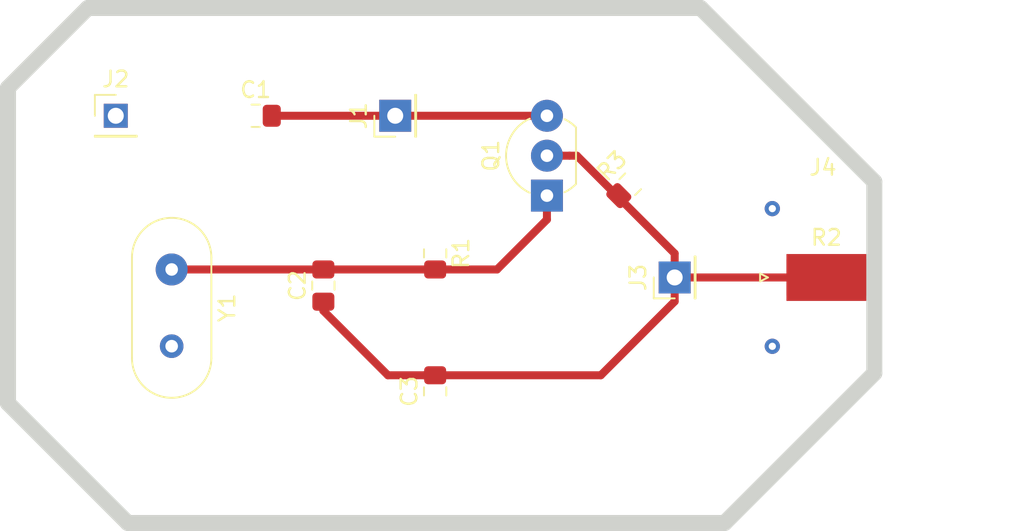
<source format=kicad_pcb>
(kicad_pcb (version 20171130) (host pcbnew "(5.1.5)-3")

  (general
    (thickness 1.6)
    (drawings 8)
    (tracks 20)
    (zones 0)
    (modules 12)
    (nets 5)
  )

  (page A4)
  (layers
    (0 F.Cu signal)
    (31 B.Cu signal)
    (32 B.Adhes user)
    (33 F.Adhes user)
    (34 B.Paste user)
    (35 F.Paste user)
    (36 B.SilkS user)
    (37 F.SilkS user)
    (38 B.Mask user)
    (39 F.Mask user)
    (40 Dwgs.User user)
    (41 Cmts.User user)
    (42 Eco1.User user)
    (43 Eco2.User user)
    (44 Edge.Cuts user)
    (45 Margin user)
    (46 B.CrtYd user)
    (47 F.CrtYd user)
    (48 B.Fab user)
    (49 F.Fab user)
  )

  (setup
    (last_trace_width 0.508)
    (trace_clearance 0.254)
    (zone_clearance 0.508)
    (zone_45_only no)
    (trace_min 0.2)
    (via_size 1.016)
    (via_drill 0.508)
    (via_min_size 0.4)
    (via_min_drill 0.3)
    (uvia_size 0.508)
    (uvia_drill 0.254)
    (uvias_allowed no)
    (uvia_min_size 0.2)
    (uvia_min_drill 0.1)
    (edge_width 0.0635)
    (segment_width 0.254)
    (pcb_text_width 0.254)
    (pcb_text_size 1.524 1.524)
    (mod_edge_width 0.127)
    (mod_text_size 1.016 1.016)
    (mod_text_width 0.127)
    (pad_size 2.032 2.032)
    (pad_drill 1.016)
    (pad_to_mask_clearance 0.127)
    (solder_mask_min_width 0.254)
    (aux_axis_origin 0 0)
    (visible_elements 7FFFFFFF)
    (pcbplotparams
      (layerselection 0x010fc_ffffffff)
      (usegerberextensions false)
      (usegerberattributes false)
      (usegerberadvancedattributes false)
      (creategerberjobfile false)
      (excludeedgelayer true)
      (linewidth 0.100000)
      (plotframeref false)
      (viasonmask false)
      (mode 1)
      (useauxorigin false)
      (hpglpennumber 1)
      (hpglpenspeed 20)
      (hpglpendiameter 15.000000)
      (psnegative false)
      (psa4output false)
      (plotreference true)
      (plotvalue true)
      (plotinvisibletext false)
      (padsonsilk false)
      (subtractmaskfromsilk false)
      (outputformat 1)
      (mirror false)
      (drillshape 0)
      (scaleselection 1)
      (outputdirectory "Gerbs/"))
  )

  (net 0 "")
  (net 1 "Net-(C1-Pad2)")
  (net 2 GND)
  (net 3 /Gate)
  (net 4 /Output)

  (net_class Default "This is the default net class."
    (clearance 0.254)
    (trace_width 0.508)
    (via_dia 1.016)
    (via_drill 0.508)
    (uvia_dia 0.508)
    (uvia_drill 0.254)
    (diff_pair_width 0.254)
    (diff_pair_gap 0.254)
    (add_net /Gate)
    (add_net /Output)
    (add_net GND)
    (add_net "Net-(C1-Pad2)")
  )

  (module Connector_Coaxial:SMA_Molex_73251-1153_EdgeMount_Horizontal (layer F.Cu) (tedit 5E4F3D85) (tstamp 5E4F4F42)
    (at 55.684 70.612 180)
    (descr "Molex SMA RF Connectors, Edge Mount, (http://www.molex.com/pdm_docs/sd/732511150_sd.pdf)")
    (tags "sma edge")
    (path /5E46191B)
    (attr smd)
    (fp_text reference J4 (at -1.5 7) (layer F.SilkS)
      (effects (font (size 1 1) (thickness 0.15)))
    )
    (fp_text value Conn_Coaxial (at -1.72 -7.11) (layer F.Fab)
      (effects (font (size 1 1) (thickness 0.15)))
    )
    (fp_line (start -5.91 4.76) (end 0.49 4.76) (layer F.Fab) (width 0.1))
    (fp_line (start -5.91 -4.76) (end -5.91 4.76) (layer F.Fab) (width 0.1))
    (fp_line (start 0.49 -4.76) (end -5.91 -4.76) (layer F.Fab) (width 0.1))
    (fp_line (start -4.76 -3.75) (end -4.76 3.75) (layer F.Fab) (width 0.1))
    (fp_line (start -13.79 2.65) (end -5.91 2.65) (layer F.Fab) (width 0.1))
    (fp_line (start -13.79 -2.65) (end -13.79 2.65) (layer F.Fab) (width 0.1))
    (fp_line (start -13.79 -2.65) (end -5.91 -2.65) (layer F.Fab) (width 0.1))
    (fp_line (start -4.76 3.75) (end 0.49 3.75) (layer F.Fab) (width 0.1))
    (fp_line (start -4.76 -3.75) (end 0.49 -3.75) (layer F.Fab) (width 0.1))
    (fp_line (start 2.71 -6.09) (end -14.29 -6.09) (layer F.CrtYd) (width 0.05))
    (fp_line (start 2.71 -6.09) (end 2.71 6.09) (layer F.CrtYd) (width 0.05))
    (fp_line (start -14.29 6.09) (end 2.71 6.09) (layer B.CrtYd) (width 0.05))
    (fp_line (start -14.29 -6.09) (end -14.29 6.09) (layer B.CrtYd) (width 0.05))
    (fp_line (start -14.29 -6.09) (end 2.71 -6.09) (layer B.CrtYd) (width 0.05))
    (fp_line (start 2.71 -6.09) (end 2.71 6.09) (layer B.CrtYd) (width 0.05))
    (fp_line (start -14.29 6.09) (end 2.71 6.09) (layer F.CrtYd) (width 0.05))
    (fp_line (start -14.29 -6.09) (end -14.29 6.09) (layer F.CrtYd) (width 0.05))
    (fp_line (start 0.49 -4.76) (end 0.49 -3.75) (layer F.Fab) (width 0.1))
    (fp_line (start 0.49 3.75) (end 0.49 4.76) (layer F.Fab) (width 0.1))
    (fp_line (start 0.49 -0.38) (end 0.49 0.38) (layer F.Fab) (width 0.1))
    (fp_line (start -4.76 0.38) (end 0.49 0.38) (layer F.Fab) (width 0.1))
    (fp_line (start -4.76 -0.38) (end 0.49 -0.38) (layer F.Fab) (width 0.1))
    (fp_line (start 2 0) (end 2.5 -0.25) (layer F.SilkS) (width 0.12))
    (fp_line (start 2.5 -0.25) (end 2.5 0.25) (layer F.SilkS) (width 0.12))
    (fp_line (start 2.5 0.25) (end 2 0) (layer F.SilkS) (width 0.12))
    (fp_line (start 2.5 -0.25) (end 2 0) (layer F.Fab) (width 0.1))
    (fp_line (start 2 0) (end 2.5 0.25) (layer F.Fab) (width 0.1))
    (fp_line (start 2.5 0.25) (end 2.5 -0.25) (layer F.Fab) (width 0.1))
    (fp_text user %R (at -1.5 7) (layer F.Fab)
      (effects (font (size 1 1) (thickness 0.15)))
    )
    (pad 2 smd rect (at 1.27 4.38 180) (size 0.95 0.46) (layers B.Mask)
      (net 2 GND))
    (pad 2 smd rect (at 1.27 -4.38 180) (size 0.95 0.46) (layers B.Mask)
      (net 2 GND))
    (pad 2 smd rect (at 1.27 4.38 180) (size 0.95 0.46) (layers F.Mask)
      (net 2 GND))
    (pad 2 smd rect (at 1.27 -4.38 180) (size 0.95 0.46) (layers F.Mask)
      (net 2 GND))
    (pad 2 thru_hole circle (at 1.72 4.38 180) (size 0.97 0.97) (drill 0.46) (layers B.Cu)
      (net 2 GND))
    (pad 2 thru_hole circle (at 1.72 -4.38 180) (size 0.97 0.97) (drill 0.46) (layers B.Cu)
      (net 2 GND))
    (pad 2 smd rect (at -1.72 4.38 180) (size 5.08 2.42) (layers B.Mask)
      (net 2 GND))
    (pad 2 smd rect (at -1.72 -4.38 180) (size 5.08 2.42) (layers B.Mask)
      (net 2 GND))
    (pad 2 smd rect (at -1.72 4.38 180) (size 5.08 2.42) (layers F.Mask)
      (net 2 GND))
    (pad 2 smd rect (at -1.72 -4.38 180) (size 5.08 2.42) (layers F.Mask)
      (net 2 GND))
    (pad 1 smd rect (at -1.72 0 180) (size 5.08 2.29) (layers F.Cu F.Paste F.Mask)
      (net 4 /Output))
    (model ${KISYS3DMOD}/Connector_Coaxial.3dshapes/SMA_Molex_73251-1153_EdgeMount_Horizontal.wrl
      (at (xyz 0 0 0))
      (scale (xyz 1 1 1))
      (rotate (xyz 0 0 0))
    )
  )

  (module Capacitor_SMD:C_0805_2012Metric_Pad1.15x1.40mm_HandSolder (layer F.Cu) (tedit 5E4F3CEB) (tstamp 5E4F5C78)
    (at 21.091 60.325)
    (descr "Capacitor SMD 0805 (2012 Metric), square (rectangular) end terminal, IPC_7351 nominal with elongated pad for handsoldering. (Body size source: https://docs.google.com/spreadsheets/d/1BsfQQcO9C6DZCsRaXUlFlo91Tg2WpOkGARC1WS5S8t0/edit?usp=sharing), generated with kicad-footprint-generator")
    (tags "capacitor handsolder")
    (path /5E429397)
    (attr smd)
    (fp_text reference C1 (at 0 -1.65) (layer F.SilkS)
      (effects (font (size 1 1) (thickness 0.15)))
    )
    (fp_text value "100 nF" (at 0 1.65) (layer F.Fab)
      (effects (font (size 1 1) (thickness 0.15)))
    )
    (fp_text user %R (at 0 0) (layer F.Fab)
      (effects (font (size 0.5 0.5) (thickness 0.08)))
    )
    (fp_line (start 1.85 0.95) (end -1.85 0.95) (layer F.CrtYd) (width 0.05))
    (fp_line (start 1.85 -0.95) (end 1.85 0.95) (layer F.CrtYd) (width 0.05))
    (fp_line (start -1.85 -0.95) (end 1.85 -0.95) (layer F.CrtYd) (width 0.05))
    (fp_line (start -1.85 0.95) (end -1.85 -0.95) (layer F.CrtYd) (width 0.05))
    (fp_line (start -0.261252 0.71) (end 0.261252 0.71) (layer F.SilkS) (width 0.12))
    (fp_line (start -0.261252 -0.71) (end 0.261252 -0.71) (layer F.SilkS) (width 0.12))
    (fp_line (start 1 0.6) (end -1 0.6) (layer F.Fab) (width 0.1))
    (fp_line (start 1 -0.6) (end 1 0.6) (layer F.Fab) (width 0.1))
    (fp_line (start -1 -0.6) (end 1 -0.6) (layer F.Fab) (width 0.1))
    (fp_line (start -1 0.6) (end -1 -0.6) (layer F.Fab) (width 0.1))
    (pad 2 smd roundrect (at 1.025 0) (size 1.15 1.4) (layers F.Cu F.Paste F.Mask) (roundrect_rratio 0.217391)
      (net 1 "Net-(C1-Pad2)"))
    (pad 1 smd roundrect (at -1.025 0) (size 1.15 1.4) (layers F.Mask) (roundrect_rratio 0.217)
      (net 2 GND))
    (model ${KISYS3DMOD}/Capacitor_SMD.3dshapes/C_0805_2012Metric.wrl
      (at (xyz 0 0 0))
      (scale (xyz 1 1 1))
      (rotate (xyz 0 0 0))
    )
  )

  (module Capacitor_SMD:C_0805_2012Metric_Pad1.15x1.40mm_HandSolder (layer F.Cu) (tedit 5B36C52B) (tstamp 5E4F4A06)
    (at 25.4 71.129 90)
    (descr "Capacitor SMD 0805 (2012 Metric), square (rectangular) end terminal, IPC_7351 nominal with elongated pad for handsoldering. (Body size source: https://docs.google.com/spreadsheets/d/1BsfQQcO9C6DZCsRaXUlFlo91Tg2WpOkGARC1WS5S8t0/edit?usp=sharing), generated with kicad-footprint-generator")
    (tags "capacitor handsolder")
    (path /5E4F94EB)
    (attr smd)
    (fp_text reference C2 (at 0 -1.65 90) (layer F.SilkS)
      (effects (font (size 1 1) (thickness 0.15)))
    )
    (fp_text value "33 pF" (at 0 1.65 90) (layer F.Fab)
      (effects (font (size 1 1) (thickness 0.15)))
    )
    (fp_line (start -1 0.6) (end -1 -0.6) (layer F.Fab) (width 0.1))
    (fp_line (start -1 -0.6) (end 1 -0.6) (layer F.Fab) (width 0.1))
    (fp_line (start 1 -0.6) (end 1 0.6) (layer F.Fab) (width 0.1))
    (fp_line (start 1 0.6) (end -1 0.6) (layer F.Fab) (width 0.1))
    (fp_line (start -0.261252 -0.71) (end 0.261252 -0.71) (layer F.SilkS) (width 0.12))
    (fp_line (start -0.261252 0.71) (end 0.261252 0.71) (layer F.SilkS) (width 0.12))
    (fp_line (start -1.85 0.95) (end -1.85 -0.95) (layer F.CrtYd) (width 0.05))
    (fp_line (start -1.85 -0.95) (end 1.85 -0.95) (layer F.CrtYd) (width 0.05))
    (fp_line (start 1.85 -0.95) (end 1.85 0.95) (layer F.CrtYd) (width 0.05))
    (fp_line (start 1.85 0.95) (end -1.85 0.95) (layer F.CrtYd) (width 0.05))
    (fp_text user %R (at 0 0 90) (layer F.Fab)
      (effects (font (size 0.5 0.5) (thickness 0.08)))
    )
    (pad 1 smd roundrect (at -1.025 0 90) (size 1.15 1.4) (layers F.Cu F.Paste F.Mask) (roundrect_rratio 0.217391)
      (net 4 /Output))
    (pad 2 smd roundrect (at 1.025 0 90) (size 1.15 1.4) (layers F.Cu F.Paste F.Mask) (roundrect_rratio 0.217391)
      (net 3 /Gate))
    (model ${KISYS3DMOD}/Capacitor_SMD.3dshapes/C_0805_2012Metric.wrl
      (at (xyz 0 0 0))
      (scale (xyz 1 1 1))
      (rotate (xyz 0 0 0))
    )
  )

  (module Capacitor_SMD:C_0805_2012Metric_Pad1.15x1.40mm_HandSolder (layer F.Cu) (tedit 5E4F3CFC) (tstamp 5E4F88B1)
    (at 32.512 77.86 90)
    (descr "Capacitor SMD 0805 (2012 Metric), square (rectangular) end terminal, IPC_7351 nominal with elongated pad for handsoldering. (Body size source: https://docs.google.com/spreadsheets/d/1BsfQQcO9C6DZCsRaXUlFlo91Tg2WpOkGARC1WS5S8t0/edit?usp=sharing), generated with kicad-footprint-generator")
    (tags "capacitor handsolder")
    (path /5E4F9882)
    (attr smd)
    (fp_text reference C3 (at 0 -1.65 90) (layer F.SilkS)
      (effects (font (size 1 1) (thickness 0.15)))
    )
    (fp_text value "56 pF" (at 0 1.65 90) (layer F.Fab)
      (effects (font (size 1 1) (thickness 0.15)))
    )
    (fp_text user %R (at 0 0 90) (layer F.Fab)
      (effects (font (size 0.5 0.5) (thickness 0.08)))
    )
    (fp_line (start 1.85 0.95) (end -1.85 0.95) (layer F.CrtYd) (width 0.05))
    (fp_line (start 1.85 -0.95) (end 1.85 0.95) (layer F.CrtYd) (width 0.05))
    (fp_line (start -1.85 -0.95) (end 1.85 -0.95) (layer F.CrtYd) (width 0.05))
    (fp_line (start -1.85 0.95) (end -1.85 -0.95) (layer F.CrtYd) (width 0.05))
    (fp_line (start -0.261252 0.71) (end 0.261252 0.71) (layer F.SilkS) (width 0.12))
    (fp_line (start -0.261252 -0.71) (end 0.261252 -0.71) (layer F.SilkS) (width 0.12))
    (fp_line (start 1 0.6) (end -1 0.6) (layer F.Fab) (width 0.1))
    (fp_line (start 1 -0.6) (end 1 0.6) (layer F.Fab) (width 0.1))
    (fp_line (start -1 -0.6) (end 1 -0.6) (layer F.Fab) (width 0.1))
    (fp_line (start -1 0.6) (end -1 -0.6) (layer F.Fab) (width 0.1))
    (pad 2 smd roundrect (at 1.025 0 90) (size 1.15 1.4) (layers F.Cu F.Paste F.Mask) (roundrect_rratio 0.217391)
      (net 4 /Output))
    (pad 1 smd roundrect (at -1.025 0 90) (size 1.15 1.4) (layers F.Mask) (roundrect_rratio 0.217)
      (net 2 GND))
    (model ${KISYS3DMOD}/Capacitor_SMD.3dshapes/C_0805_2012Metric.wrl
      (at (xyz 0 0 0))
      (scale (xyz 1 1 1))
      (rotate (xyz 0 0 0))
    )
  )

  (module Connector_PinHeader_2.54mm:PinHeader_1x01_P2.54mm_Vertical (layer F.Cu) (tedit 5E4F3AA1) (tstamp 5E4F4A2C)
    (at 29.972 60.325 90)
    (descr "Through hole straight pin header, 1x01, 2.54mm pitch, single row")
    (tags "Through hole pin header THT 1x01 2.54mm single row")
    (path /5E513E55)
    (fp_text reference J1 (at 0 -2.33 90) (layer F.SilkS)
      (effects (font (size 1 1) (thickness 0.15)))
    )
    (fp_text value +1V8 (at 0 2.33 90) (layer F.Fab)
      (effects (font (size 1 1) (thickness 0.15)))
    )
    (fp_line (start -0.635 -1.27) (end 1.27 -1.27) (layer F.Fab) (width 0.1))
    (fp_line (start 1.27 -1.27) (end 1.27 1.27) (layer F.Fab) (width 0.1))
    (fp_line (start 1.27 1.27) (end -1.27 1.27) (layer F.Fab) (width 0.1))
    (fp_line (start -1.27 1.27) (end -1.27 -0.635) (layer F.Fab) (width 0.1))
    (fp_line (start -1.27 -0.635) (end -0.635 -1.27) (layer F.Fab) (width 0.1))
    (fp_line (start -1.33 1.33) (end 1.33 1.33) (layer F.SilkS) (width 0.12))
    (fp_line (start -1.33 1.27) (end -1.33 1.33) (layer F.SilkS) (width 0.12))
    (fp_line (start 1.33 1.27) (end 1.33 1.33) (layer F.SilkS) (width 0.12))
    (fp_line (start -1.33 1.27) (end 1.33 1.27) (layer F.SilkS) (width 0.12))
    (fp_line (start -1.33 0) (end -1.33 -1.33) (layer F.SilkS) (width 0.12))
    (fp_line (start -1.33 -1.33) (end 0 -1.33) (layer F.SilkS) (width 0.12))
    (fp_line (start -1.8 -1.8) (end -1.8 1.8) (layer F.CrtYd) (width 0.05))
    (fp_line (start -1.8 1.8) (end 1.8 1.8) (layer F.CrtYd) (width 0.05))
    (fp_line (start 1.8 1.8) (end 1.8 -1.8) (layer F.CrtYd) (width 0.05))
    (fp_line (start 1.8 -1.8) (end -1.8 -1.8) (layer F.CrtYd) (width 0.05))
    (fp_text user %R (at 0 0) (layer F.Fab)
      (effects (font (size 1 1) (thickness 0.15)))
    )
    (pad 1 thru_hole rect (at 0 0 90) (size 2.032 2.032) (drill 1.016) (layers *.Cu *.Mask)
      (net 1 "Net-(C1-Pad2)"))
    (model ${KISYS3DMOD}/Connector_PinHeader_2.54mm.3dshapes/PinHeader_1x01_P2.54mm_Vertical.wrl
      (at (xyz 0 0 0))
      (scale (xyz 1 1 1))
      (rotate (xyz 0 0 0))
    )
  )

  (module Connector_PinHeader_2.54mm:PinHeader_1x01_P2.54mm_Vertical (layer F.Cu) (tedit 5E4F38F0) (tstamp 5E4F4A41)
    (at 12.192 60.325)
    (descr "Through hole straight pin header, 1x01, 2.54mm pitch, single row")
    (tags "Through hole pin header THT 1x01 2.54mm single row")
    (path /5E514143)
    (fp_text reference J2 (at 0 -2.33) (layer F.SilkS)
      (effects (font (size 1 1) (thickness 0.15)))
    )
    (fp_text value Conn_01x01_Male (at 0 2.33) (layer F.Fab)
      (effects (font (size 1 1) (thickness 0.15)))
    )
    (fp_text user %R (at 0 0 180) (layer F.Fab)
      (effects (font (size 1 1) (thickness 0.15)))
    )
    (fp_line (start 1.8 -1.8) (end -1.8 -1.8) (layer F.CrtYd) (width 0.05))
    (fp_line (start 1.8 1.8) (end 1.8 -1.8) (layer F.CrtYd) (width 0.05))
    (fp_line (start -1.8 1.8) (end 1.8 1.8) (layer F.CrtYd) (width 0.05))
    (fp_line (start -1.8 -1.8) (end -1.8 1.8) (layer F.CrtYd) (width 0.05))
    (fp_line (start -1.33 -1.33) (end 0 -1.33) (layer F.SilkS) (width 0.12))
    (fp_line (start -1.33 0) (end -1.33 -1.33) (layer F.SilkS) (width 0.12))
    (fp_line (start -1.33 1.27) (end 1.33 1.27) (layer F.SilkS) (width 0.12))
    (fp_line (start 1.33 1.27) (end 1.33 1.33) (layer F.SilkS) (width 0.12))
    (fp_line (start -1.33 1.27) (end -1.33 1.33) (layer F.SilkS) (width 0.12))
    (fp_line (start -1.33 1.33) (end 1.33 1.33) (layer F.SilkS) (width 0.12))
    (fp_line (start -1.27 -0.635) (end -0.635 -1.27) (layer F.Fab) (width 0.1))
    (fp_line (start -1.27 1.27) (end -1.27 -0.635) (layer F.Fab) (width 0.1))
    (fp_line (start 1.27 1.27) (end -1.27 1.27) (layer F.Fab) (width 0.1))
    (fp_line (start 1.27 -1.27) (end 1.27 1.27) (layer F.Fab) (width 0.1))
    (fp_line (start -0.635 -1.27) (end 1.27 -1.27) (layer F.Fab) (width 0.1))
    (pad 1 thru_hole rect (at 0 0) (size 1.524 1.524) (drill 1.016) (layers B.Cu)
      (net 2 GND))
    (model ${KISYS3DMOD}/Connector_PinHeader_2.54mm.3dshapes/PinHeader_1x01_P2.54mm_Vertical.wrl
      (at (xyz 0 0 0))
      (scale (xyz 1 1 1))
      (rotate (xyz 0 0 0))
    )
  )

  (module Connector_PinHeader_2.54mm:PinHeader_1x01_P2.54mm_Vertical (layer F.Cu) (tedit 5E4F3E26) (tstamp 5E4F4A56)
    (at 47.752 70.612 90)
    (descr "Through hole straight pin header, 1x01, 2.54mm pitch, single row")
    (tags "Through hole pin header THT 1x01 2.54mm single row")
    (path /5E465990)
    (fp_text reference J3 (at 0 -2.33 90) (layer F.SilkS)
      (effects (font (size 1 1) (thickness 0.15)))
    )
    (fp_text value Conn_01x01_Male (at 0 2.33 90) (layer F.Fab)
      (effects (font (size 1 1) (thickness 0.15)))
    )
    (fp_text user %R (at 0 0) (layer F.Fab)
      (effects (font (size 1 1) (thickness 0.15)))
    )
    (fp_line (start 1.8 -1.8) (end -1.8 -1.8) (layer F.CrtYd) (width 0.05))
    (fp_line (start 1.8 1.8) (end 1.8 -1.8) (layer F.CrtYd) (width 0.05))
    (fp_line (start -1.8 1.8) (end 1.8 1.8) (layer F.CrtYd) (width 0.05))
    (fp_line (start -1.8 -1.8) (end -1.8 1.8) (layer F.CrtYd) (width 0.05))
    (fp_line (start -1.33 -1.33) (end 0 -1.33) (layer F.SilkS) (width 0.12))
    (fp_line (start -1.33 0) (end -1.33 -1.33) (layer F.SilkS) (width 0.12))
    (fp_line (start -1.33 1.27) (end 1.33 1.27) (layer F.SilkS) (width 0.12))
    (fp_line (start 1.33 1.27) (end 1.33 1.33) (layer F.SilkS) (width 0.12))
    (fp_line (start -1.33 1.27) (end -1.33 1.33) (layer F.SilkS) (width 0.12))
    (fp_line (start -1.33 1.33) (end 1.33 1.33) (layer F.SilkS) (width 0.12))
    (fp_line (start -1.27 -0.635) (end -0.635 -1.27) (layer F.Fab) (width 0.1))
    (fp_line (start -1.27 1.27) (end -1.27 -0.635) (layer F.Fab) (width 0.1))
    (fp_line (start 1.27 1.27) (end -1.27 1.27) (layer F.Fab) (width 0.1))
    (fp_line (start 1.27 -1.27) (end 1.27 1.27) (layer F.Fab) (width 0.1))
    (fp_line (start -0.635 -1.27) (end 1.27 -1.27) (layer F.Fab) (width 0.1))
    (pad 1 thru_hole rect (at 0 0 90) (size 2.032 2.032) (drill 1.016) (layers *.Cu *.Mask)
      (net 4 /Output))
    (model ${KISYS3DMOD}/Connector_PinHeader_2.54mm.3dshapes/PinHeader_1x01_P2.54mm_Vertical.wrl
      (at (xyz 0 0 0))
      (scale (xyz 1 1 1))
      (rotate (xyz 0 0 0))
    )
  )

  (module Package_TO_SOT_THT:TO-92_Inline_Wide (layer F.Cu) (tedit 5E4F3E11) (tstamp 5E4F4A96)
    (at 39.624 65.405 90)
    (descr "TO-92 leads in-line, wide, drill 0.75mm (see NXP sot054_po.pdf)")
    (tags "to-92 sc-43 sc-43a sot54 PA33 transistor")
    (path /5E41F262)
    (fp_text reference Q1 (at 2.54 -3.56 90) (layer F.SilkS)
      (effects (font (size 1 1) (thickness 0.15)))
    )
    (fp_text value Q_NJFET_GSD (at 2.54 2.79 90) (layer F.Fab)
      (effects (font (size 1 1) (thickness 0.15)))
    )
    (fp_arc (start 2.54 0) (end 4.34 1.85) (angle -20) (layer F.SilkS) (width 0.12))
    (fp_arc (start 2.54 0) (end 2.54 -2.48) (angle -135) (layer F.Fab) (width 0.1))
    (fp_arc (start 2.54 0) (end 2.54 -2.48) (angle 135) (layer F.Fab) (width 0.1))
    (fp_arc (start 2.54 0) (end 2.54 -2.6) (angle 65) (layer F.SilkS) (width 0.12))
    (fp_arc (start 2.54 0) (end 2.54 -2.6) (angle -65) (layer F.SilkS) (width 0.12))
    (fp_arc (start 2.54 0) (end 0.74 1.85) (angle 20) (layer F.SilkS) (width 0.12))
    (fp_line (start 6.09 2.01) (end -1.01 2.01) (layer F.CrtYd) (width 0.05))
    (fp_line (start 6.09 2.01) (end 6.09 -2.73) (layer F.CrtYd) (width 0.05))
    (fp_line (start -1.01 -2.73) (end -1.01 2.01) (layer F.CrtYd) (width 0.05))
    (fp_line (start -1.01 -2.73) (end 6.09 -2.73) (layer F.CrtYd) (width 0.05))
    (fp_line (start 0.8 1.75) (end 4.3 1.75) (layer F.Fab) (width 0.1))
    (fp_line (start 0.74 1.85) (end 4.34 1.85) (layer F.SilkS) (width 0.12))
    (fp_text user %R (at 2.54 -3.56 90) (layer F.Fab)
      (effects (font (size 1 1) (thickness 0.15)))
    )
    (pad 1 thru_hole rect (at 0 0 180) (size 2.032 2.032) (drill 0.8) (layers *.Cu *.Mask)
      (net 3 /Gate))
    (pad 3 thru_hole circle (at 5.08 0 180) (size 2.032 2.032) (drill 0.8) (layers *.Cu *.Mask)
      (net 1 "Net-(C1-Pad2)"))
    (pad 2 thru_hole circle (at 2.54 0 180) (size 2.032 2.032) (drill 0.8) (layers *.Cu *.Mask)
      (net 4 /Output))
    (model ${KISYS3DMOD}/Package_TO_SOT_THT.3dshapes/TO-92_Inline_Wide.wrl
      (at (xyz 0 0 0))
      (scale (xyz 1 1 1))
      (rotate (xyz 0 0 0))
    )
  )

  (module Resistor_SMD:R_0805_2012Metric_Pad1.15x1.40mm_HandSolder (layer F.Cu) (tedit 5E4F3CF4) (tstamp 5E4F4AA7)
    (at 32.512 69.079 270)
    (descr "Resistor SMD 0805 (2012 Metric), square (rectangular) end terminal, IPC_7351 nominal with elongated pad for handsoldering. (Body size source: https://docs.google.com/spreadsheets/d/1BsfQQcO9C6DZCsRaXUlFlo91Tg2WpOkGARC1WS5S8t0/edit?usp=sharing), generated with kicad-footprint-generator")
    (tags "resistor handsolder")
    (path /5E50FB05)
    (attr smd)
    (fp_text reference R1 (at 0 -1.65 90) (layer F.SilkS)
      (effects (font (size 1 1) (thickness 0.15)))
    )
    (fp_text value "1 M" (at 0 1.65 90) (layer F.Fab)
      (effects (font (size 1 1) (thickness 0.15)))
    )
    (fp_line (start -1 0.6) (end -1 -0.6) (layer F.Fab) (width 0.1))
    (fp_line (start -1 -0.6) (end 1 -0.6) (layer F.Fab) (width 0.1))
    (fp_line (start 1 -0.6) (end 1 0.6) (layer F.Fab) (width 0.1))
    (fp_line (start 1 0.6) (end -1 0.6) (layer F.Fab) (width 0.1))
    (fp_line (start -0.261252 -0.71) (end 0.261252 -0.71) (layer F.SilkS) (width 0.12))
    (fp_line (start -0.261252 0.71) (end 0.261252 0.71) (layer F.SilkS) (width 0.12))
    (fp_line (start -1.85 0.95) (end -1.85 -0.95) (layer F.CrtYd) (width 0.05))
    (fp_line (start -1.85 -0.95) (end 1.85 -0.95) (layer F.CrtYd) (width 0.05))
    (fp_line (start 1.85 -0.95) (end 1.85 0.95) (layer F.CrtYd) (width 0.05))
    (fp_line (start 1.85 0.95) (end -1.85 0.95) (layer F.CrtYd) (width 0.05))
    (fp_text user %R (at 0 0 90) (layer F.Fab)
      (effects (font (size 0.5 0.5) (thickness 0.08)))
    )
    (pad 1 smd roundrect (at -1.025 0 270) (size 1.15 1.4) (layers F.Mask) (roundrect_rratio 0.217)
      (net 2 GND))
    (pad 2 smd roundrect (at 1.025 0 270) (size 1.15 1.4) (layers F.Cu F.Paste F.Mask) (roundrect_rratio 0.217391)
      (net 3 /Gate))
    (model ${KISYS3DMOD}/Resistor_SMD.3dshapes/R_0805_2012Metric.wrl
      (at (xyz 0 0 0))
      (scale (xyz 1 1 1))
      (rotate (xyz 0 0 0))
    )
  )

  (module SS:50Oμs (layer F.Cu) (tedit 5E4F3898) (tstamp 5E4F4AAD)
    (at 57.404 70.612)
    (path /5E46112C)
    (fp_text reference R2 (at 0 -2.54) (layer F.SilkS)
      (effects (font (size 1 1) (thickness 0.15)))
    )
    (fp_text value 50Oμs (at 0 2.54) (layer F.Fab)
      (effects (font (size 1 1) (thickness 0.15)))
    )
    (pad 2 smd rect (at 0 0) (size 5.08 2.9718) (layers F.Cu F.Paste F.Mask)
      (net 4 /Output))
    (pad 1 smd rect (at 0 0) (size 5.08 2.9718) (layers F.Cu F.Paste F.Mask)
      (net 4 /Output))
  )

  (module Resistor_SMD:R_0805_2012Metric_Pad1.15x1.40mm_HandSolder (layer F.Cu) (tedit 5E4F3D01) (tstamp 5E4F4ABE)
    (at 44.920784 64.680216 45)
    (descr "Resistor SMD 0805 (2012 Metric), square (rectangular) end terminal, IPC_7351 nominal with elongated pad for handsoldering. (Body size source: https://docs.google.com/spreadsheets/d/1BsfQQcO9C6DZCsRaXUlFlo91Tg2WpOkGARC1WS5S8t0/edit?usp=sharing), generated with kicad-footprint-generator")
    (tags "resistor handsolder")
    (path /5E50177F)
    (attr smd)
    (fp_text reference R3 (at 0 -1.65 45) (layer F.SilkS)
      (effects (font (size 1 1) (thickness 0.15)))
    )
    (fp_text value 1k (at 0 1.65 45) (layer F.Fab)
      (effects (font (size 1 1) (thickness 0.15)))
    )
    (fp_text user %R (at 0 0 45) (layer F.Fab)
      (effects (font (size 0.5 0.5) (thickness 0.08)))
    )
    (fp_line (start 1.85 0.95) (end -1.85 0.95) (layer F.CrtYd) (width 0.05))
    (fp_line (start 1.85 -0.95) (end 1.85 0.95) (layer F.CrtYd) (width 0.05))
    (fp_line (start -1.85 -0.95) (end 1.85 -0.95) (layer F.CrtYd) (width 0.05))
    (fp_line (start -1.85 0.95) (end -1.85 -0.95) (layer F.CrtYd) (width 0.05))
    (fp_line (start -0.261252 0.71) (end 0.261252 0.71) (layer F.SilkS) (width 0.12))
    (fp_line (start -0.261252 -0.71) (end 0.261252 -0.71) (layer F.SilkS) (width 0.12))
    (fp_line (start 1 0.6) (end -1 0.6) (layer F.Fab) (width 0.1))
    (fp_line (start 1 -0.6) (end 1 0.6) (layer F.Fab) (width 0.1))
    (fp_line (start -1 -0.6) (end 1 -0.6) (layer F.Fab) (width 0.1))
    (fp_line (start -1 0.6) (end -1 -0.6) (layer F.Fab) (width 0.1))
    (pad 2 smd roundrect (at 1.025 0 45) (size 1.15 1.4) (layers F.Mask) (roundrect_rratio 0.217)
      (net 2 GND))
    (pad 1 smd roundrect (at -1.025 0 45) (size 1.15 1.4) (layers F.Cu F.Paste F.Mask) (roundrect_rratio 0.217391)
      (net 4 /Output))
    (model ${KISYS3DMOD}/Resistor_SMD.3dshapes/R_0805_2012Metric.wrl
      (at (xyz 0 0 0))
      (scale (xyz 1 1 1))
      (rotate (xyz 0 0 0))
    )
  )

  (module Crystal:Crystal_HC49-4H_Vertical (layer F.Cu) (tedit 5E4F3DFC) (tstamp 5E4F5F64)
    (at 15.748 70.104 270)
    (descr "Crystal THT HC-49-4H http://5hertz.com/pdfs/04404_D.pdf")
    (tags "THT crystalHC-49-4H")
    (path /5E41E3F3)
    (fp_text reference Y1 (at 2.44 -3.525 90) (layer F.SilkS)
      (effects (font (size 1 1) (thickness 0.15)))
    )
    (fp_text value "10 MHz" (at 2.44 3.525 90) (layer F.Fab)
      (effects (font (size 1 1) (thickness 0.15)))
    )
    (fp_arc (start 5.64 0) (end 5.64 -2.525) (angle 180) (layer F.SilkS) (width 0.12))
    (fp_arc (start -0.76 0) (end -0.76 -2.525) (angle -180) (layer F.SilkS) (width 0.12))
    (fp_arc (start 5.44 0) (end 5.44 -2) (angle 180) (layer F.Fab) (width 0.1))
    (fp_arc (start -0.56 0) (end -0.56 -2) (angle -180) (layer F.Fab) (width 0.1))
    (fp_arc (start 5.64 0) (end 5.64 -2.325) (angle 180) (layer F.Fab) (width 0.1))
    (fp_arc (start -0.76 0) (end -0.76 -2.325) (angle -180) (layer F.Fab) (width 0.1))
    (fp_line (start 8.5 -2.8) (end -3.6 -2.8) (layer F.CrtYd) (width 0.05))
    (fp_line (start 8.5 2.8) (end 8.5 -2.8) (layer F.CrtYd) (width 0.05))
    (fp_line (start -3.6 2.8) (end 8.5 2.8) (layer F.CrtYd) (width 0.05))
    (fp_line (start -3.6 -2.8) (end -3.6 2.8) (layer F.CrtYd) (width 0.05))
    (fp_line (start -0.76 2.525) (end 5.64 2.525) (layer F.SilkS) (width 0.12))
    (fp_line (start -0.76 -2.525) (end 5.64 -2.525) (layer F.SilkS) (width 0.12))
    (fp_line (start -0.56 2) (end 5.44 2) (layer F.Fab) (width 0.1))
    (fp_line (start -0.56 -2) (end 5.44 -2) (layer F.Fab) (width 0.1))
    (fp_line (start -0.76 2.325) (end 5.64 2.325) (layer F.Fab) (width 0.1))
    (fp_line (start -0.76 -2.325) (end 5.64 -2.325) (layer F.Fab) (width 0.1))
    (fp_text user %R (at 2.44 0 90) (layer F.Fab)
      (effects (font (size 1 1) (thickness 0.15)))
    )
    (pad 2 thru_hole circle (at 4.88 0 270) (size 1.5 1.5) (drill 0.8) (layers B.Cu B.Mask)
      (net 2 GND))
    (pad 1 thru_hole circle (at 0 0 270) (size 2.032 2.032) (drill 0.8) (layers *.Cu *.Mask)
      (net 3 /Gate))
    (model ${KISYS3DMOD}/Crystal.3dshapes/Crystal_HC49-4H_Vertical.wrl
      (at (xyz 0 0 0))
      (scale (xyz 1 1 1))
      (rotate (xyz 0 0 0))
    )
  )

  (gr_line (start 60.452 64.516) (end 49.403 53.467) (layer Edge.Cuts) (width 1.016))
  (gr_line (start 10.414 53.467) (end 5.334 58.547) (layer Edge.Cuts) (width 1.016))
  (gr_line (start 10.414 53.467) (end 49.403 53.467) (layer Edge.Cuts) (width 1.016))
  (gr_line (start 12.954 86.233) (end 50.927 86.233) (layer Edge.Cuts) (width 1.016))
  (gr_line (start 60.452 76.708) (end 50.927 86.233) (layer Edge.Cuts) (width 1.016))
  (gr_line (start 12.954 86.233) (end 5.334 78.613) (layer Edge.Cuts) (width 1.016))
  (gr_line (start 60.452 64.516) (end 60.452 76.708) (layer Edge.Cuts) (width 1.016))
  (gr_line (start 5.334 78.613) (end 5.334 58.547) (layer Edge.Cuts) (width 1.016))

  (segment (start 29.972 60.325) (end 22.116 60.325) (width 0.508) (layer F.Cu) (net 1))
  (segment (start 29.972 60.325) (end 39.624 60.325) (width 0.508) (layer F.Cu) (net 1))
  (segment (start 31.812 70.104) (end 25.4 70.104) (width 0.508) (layer F.Cu) (net 3))
  (segment (start 32.512 70.104) (end 31.812 70.104) (width 0.508) (layer F.Cu) (net 3))
  (segment (start 36.449 70.104) (end 39.624 66.929) (width 0.508) (layer F.Cu) (net 3))
  (segment (start 39.624 66.929) (end 39.624 65.405) (width 0.508) (layer F.Cu) (net 3))
  (segment (start 32.512 70.104) (end 36.449 70.104) (width 0.508) (layer F.Cu) (net 3))
  (segment (start 25.4 70.104) (end 15.748 70.104) (width 0.508) (layer F.Cu) (net 3))
  (segment (start 47.752 70.612) (end 57.404 70.612) (width 0.508) (layer F.Cu) (net 4))
  (segment (start 41.06084 62.865) (end 39.624 62.865) (width 0.508) (layer F.Cu) (net 4))
  (segment (start 41.529 62.865) (end 41.06084 62.865) (width 0.508) (layer F.Cu) (net 4))
  (segment (start 47.752 69.088) (end 41.529 62.865) (width 0.508) (layer F.Cu) (net 4))
  (segment (start 47.752 70.612) (end 47.752 69.088) (width 0.508) (layer F.Cu) (net 4))
  (segment (start 31.812 76.835) (end 32.512 76.835) (width 0.508) (layer F.Cu) (net 4))
  (segment (start 25.4 72.729) (end 29.506 76.835) (width 0.508) (layer F.Cu) (net 4))
  (segment (start 29.506 76.835) (end 31.812 76.835) (width 0.508) (layer F.Cu) (net 4))
  (segment (start 25.4 72.154) (end 25.4 72.729) (width 0.508) (layer F.Cu) (net 4))
  (segment (start 47.752 72.136) (end 47.752 70.612) (width 0.508) (layer F.Cu) (net 4))
  (segment (start 43.053 76.835) (end 47.752 72.136) (width 0.508) (layer F.Cu) (net 4))
  (segment (start 32.512 76.835) (end 43.053 76.835) (width 0.508) (layer F.Cu) (net 4))

)

</source>
